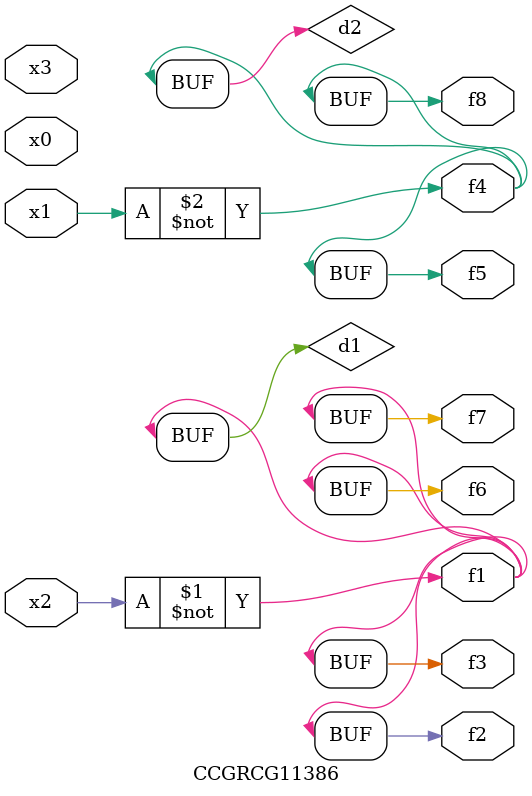
<source format=v>
module CCGRCG11386(
	input x0, x1, x2, x3,
	output f1, f2, f3, f4, f5, f6, f7, f8
);

	wire d1, d2;

	xnor (d1, x2);
	not (d2, x1);
	assign f1 = d1;
	assign f2 = d1;
	assign f3 = d1;
	assign f4 = d2;
	assign f5 = d2;
	assign f6 = d1;
	assign f7 = d1;
	assign f8 = d2;
endmodule

</source>
